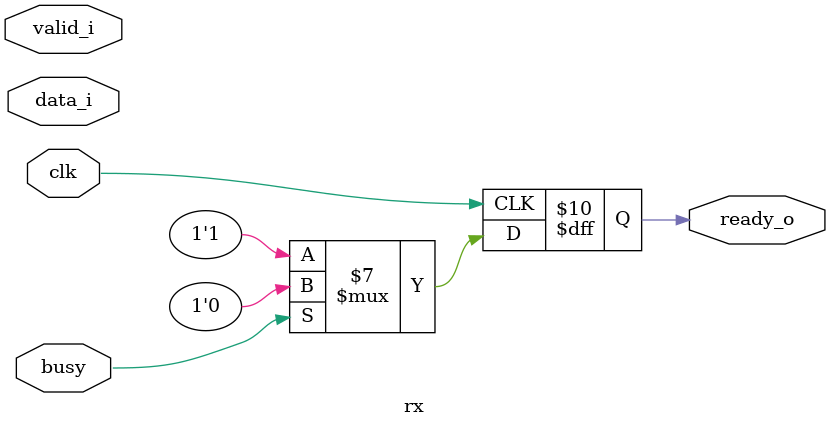
<source format=v>
module rx (
    input wire busy,
    input wire valid_i,
    input wire [3:0] data_i,
    input wire clk,
    output reg ready_o
);
reg [3:0] rx;
    always @ (posedge clk) begin
        if(busy)begin
            ready_o <= 1'b0;
        end
        else begin
            ready_o <= 1'b1;
        end
    end
    always @ (posedge clk) begin
        if(ready_o)begin
        rx=data_i;
        end
    end
endmodule

</source>
